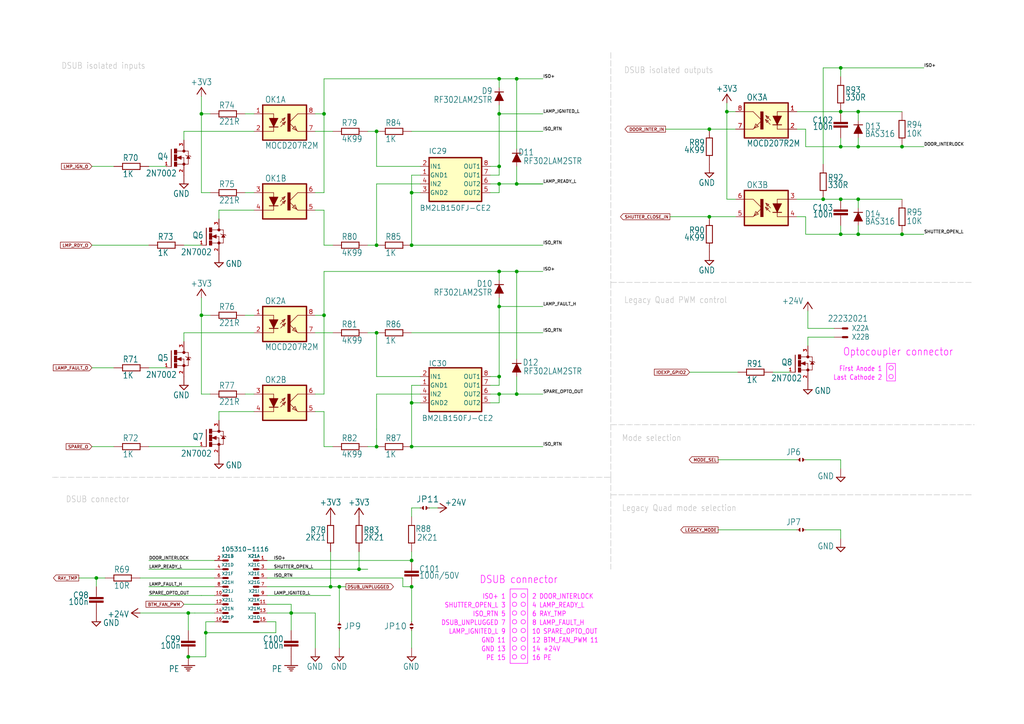
<source format=kicad_sch>
(kicad_sch (version 20230121) (generator eeschema)
  (paper "A4")
  (title_block (title "Envox Master MCU module") (date "2023-11-17") (rev "r2B6") (company "Envox International, Inc."))
  (junction (at 149.86 53.34))
  (junction (at 144.78 22.86))
  (junction (at 119.38 129.54))
  (junction (at 205.74 62.865))
  (junction (at 243.84 19.685))
  (junction (at 261.62 67.945))
  (junction (at 248.92 67.945))
  (junction (at 109.22 129.54))
  (junction (at 119.38 162.56))
  (junction (at 238.76 57.785))
  (junction (at 144.78 88.9))
  (junction (at 243.84 67.945))
  (junction (at 119.38 71.12))
  (junction (at 58.42 91.44))
  (junction (at 248.92 57.785))
  (junction (at 144.78 78.74))
  (junction (at 54.61 177.8))
  (junction (at 149.86 114.3))
  (junction (at 104.14 165.1))
  (junction (at 243.84 42.545))
  (junction (at 93.98 91.44))
  (junction (at 109.22 96.52))
  (junction (at 54.61 190.5))
  (junction (at 109.22 71.12))
  (junction (at 149.86 22.86))
  (junction (at 261.62 42.545))
  (junction (at 119.38 170.18))
  (junction (at 144.78 48.26))
  (junction (at 149.86 78.74))
  (junction (at 59.69 183.515))
  (junction (at 243.84 32.385))
  (junction (at 98.425 170.18))
  (junction (at 84.455 177.8))
  (junction (at 119.38 116.84))
  (junction (at 58.42 33.02))
  (junction (at 144.78 53.34))
  (junction (at 144.78 114.3))
  (junction (at 27.94 167.64))
  (junction (at 144.78 109.22))
  (junction (at 248.92 42.545))
  (junction (at 144.78 33.02))
  (junction (at 119.38 55.88))
  (junction (at 243.84 57.785))
  (junction (at 93.98 33.02))
  (junction (at 205.74 37.465))
  (junction (at 210.82 32.385))
  (junction (at 109.22 38.1))
  (junction (at 95.885 170.18))
  (junction (at 248.92 32.385))
  (wire (pts (xy 119.38 147.32) (xy 121.92 147.32)))
  (wire (pts (xy 54.61 177.8) (xy 40.64 177.8)) (stroke (width 0.1524)))
  (wire (pts (xy 62.23 170.18) (xy 43.18 170.18)) (stroke (width 0.1524)))
  (wire (pts (xy 91.44 177.8) (xy 91.44 187.96)) (stroke (width 0.1524)))
  (wire (pts (xy 84.455 175.26) (xy 84.455 177.8)))
  (wire (pts (xy 119.38 50.8) (xy 119.38 55.88)))
  (wire (pts (xy 144.78 78.74) (xy 144.78 81.28)))
  (wire (pts (xy 261.62 42.545) (xy 267.97 42.545)) (stroke (width 0.1524)))
  (wire (pts (xy 243.84 22.225) (xy 243.84 19.685)) (stroke (width 0.1524)))
  (wire (pts (xy 33.02 106.68) (xy 26.67 106.68)) (stroke (width 0.1524)))
  (wire (pts (xy 58.42 172.72) (xy 43.18 172.72)) (stroke (width 0.1524)))
  (wire (pts (xy 121.92 111.76) (xy 119.38 111.76)))
  (wire (pts (xy 91.44 96.52) (xy 96.52 96.52)) (stroke (width 0.1524)))
  (wire (pts (xy 243.84 42.545) (xy 233.68 42.545)) (stroke (width 0.1524)))
  (wire (pts (xy 53.34 175.26) (xy 62.23 175.26)))
  (wire (pts (xy 231.14 133.35) (xy 208.28 133.35)) (stroke (width 0.1524)))
  (wire (pts (xy 59.69 190.5) (xy 54.61 190.5)))
  (wire (pts (xy 30.48 167.64) (xy 27.94 167.64)) (stroke (width 0.1524)))
  (wire (pts (xy 149.86 53.34) (xy 157.48 53.34)) (stroke (width 0.1524)))
  (wire (pts (xy 144.78 116.84) (xy 144.78 114.3)))
  (wire (pts (xy 144.78 48.26) (xy 144.78 50.8)))
  (wire (pts (xy 144.78 53.34) (xy 144.78 55.88)))
  (wire (pts (xy 119.38 71.12) (xy 157.48 71.12)) (stroke (width 0.1524)))
  (wire (pts (xy 241.935 97.79) (xy 234.315 97.79)) (stroke (width 0.1524)))
  (wire (pts (xy 58.42 91.44) (xy 58.42 86.36)) (stroke (width 0.1524)))
  (wire (pts (xy 144.78 53.34) (xy 149.86 53.34)) (stroke (width 0.1524)))
  (wire (pts (xy 71.12 33.02) (xy 73.66 33.02)) (stroke (width 0.1524)))
  (wire (pts (xy 238.76 19.685) (xy 238.76 47.625)) (stroke (width 0.1524)))
  (wire (pts (xy 62.23 172.72) (xy 58.42 172.72)))
  (wire (pts (xy 93.98 33.02) (xy 93.98 55.88)) (stroke (width 0.1524)))
  (wire (pts (xy 144.78 33.02) (xy 144.78 48.26)))
  (wire (pts (xy 93.98 78.74) (xy 93.98 91.44)) (stroke (width 0.1524)))
  (wire (pts (xy 119.38 96.52) (xy 157.48 96.52)) (stroke (width 0.1524)))
  (wire (pts (xy 93.98 114.3) (xy 91.44 114.3)) (stroke (width 0.1524)))
  (wire (pts (xy 93.98 22.86) (xy 144.78 22.86)) (stroke (width 0.1524)))
  (wire (pts (xy 93.98 55.88) (xy 91.44 55.88)) (stroke (width 0.1524)))
  (wire (pts (xy 233.68 133.35) (xy 243.84 133.35)) (stroke (width 0.1524)))
  (wire (pts (xy 109.22 129.54) (xy 106.68 129.54)) (stroke (width 0.1524)))
  (wire (pts (xy 119.38 116.84) (xy 119.38 129.54)))
  (wire (pts (xy 248.92 57.785) (xy 248.92 60.325)) (stroke (width 0.1524)))
  (wire (pts (xy 109.22 48.26) (xy 109.22 38.1)))
  (wire (pts (xy 73.66 55.88) (xy 71.12 55.88)) (stroke (width 0.1524)))
  (wire (pts (xy 95.885 170.18) (xy 98.425 170.18)) (stroke (width 0.1524)))
  (wire (pts (xy 91.44 38.1) (xy 96.52 38.1)) (stroke (width 0.1524)))
  (wire (pts (xy 77.47 170.18) (xy 95.885 170.18)) (stroke (width 0.1524)))
  (wire (pts (xy 54.61 177.8) (xy 56.515 177.8)) (stroke (width 0.1524)))
  (wire (pts (xy 205.74 62.865) (xy 194.31 62.865)) (stroke (width 0.1524)))
  (wire (pts (xy 60.96 55.88) (xy 58.42 55.88)) (stroke (width 0.1524)))
  (wire (pts (xy 119.38 160.02) (xy 119.38 162.56)))
  (wire (pts (xy 59.69 183.515) (xy 59.69 190.5)))
  (wire (pts (xy 144.78 114.3) (xy 149.86 114.3)))
  (wire (pts (xy 109.22 96.52) (xy 106.68 96.52)) (stroke (width 0.1524)))
  (wire (pts (xy 27.94 167.64) (xy 22.86 167.64)) (stroke (width 0.1524)))
  (wire (pts (xy 243.84 67.945) (xy 243.84 65.405)) (stroke (width 0.1524)))
  (wire (pts (xy 73.66 114.3) (xy 71.12 114.3)) (stroke (width 0.1524)))
  (wire (pts (xy 116.84 167.64) (xy 116.84 170.18)) (stroke (width 0.1524)))
  (wire (pts (xy 77.47 177.8) (xy 84.455 177.8)) (stroke (width 0.1524)))
  (wire (pts (xy 77.47 172.72) (xy 95.885 172.72)) (stroke (width 0.1524)))
  (wire (pts (xy 60.96 33.02) (xy 58.42 33.02)) (stroke (width 0.1524)))
  (wire (pts (xy 261.62 42.545) (xy 248.92 42.545)) (stroke (width 0.1524)))
  (wire (pts (xy 43.18 129.54) (xy 58.42 129.54)) (stroke (width 0.1524)))
  (wire (pts (xy 121.92 48.26) (xy 109.22 48.26)))
  (wire (pts (xy 73.66 119.38) (xy 63.5 119.38)) (stroke (width 0.1524)))
  (wire (pts (xy 80.01 180.34) (xy 80.01 183.515)))
  (wire (pts (xy 93.98 22.86) (xy 93.98 33.02)) (stroke (width 0.1524)))
  (wire (pts (xy 109.22 53.34) (xy 109.22 71.12)) (stroke (width 0.1524)))
  (wire (pts (xy 205.74 37.465) (xy 193.04 37.465)) (stroke (width 0.1524)))
  (wire (pts (xy 43.18 106.68) (xy 48.26 106.68)) (stroke (width 0.1524)))
  (wire (pts (xy 121.92 109.22) (xy 109.22 109.22)))
  (wire (pts (xy 144.78 30.48) (xy 144.78 33.02)))
  (wire (pts (xy 93.98 129.54) (xy 96.52 129.54)) (stroke (width 0.1524)))
  (wire (pts (xy 248.92 57.785) (xy 261.62 57.785)) (stroke (width 0.1524)))
  (wire (pts (xy 63.5 119.38) (xy 63.5 121.92)) (stroke (width 0.1524)))
  (wire (pts (xy 243.84 19.685) (xy 238.76 19.685)) (stroke (width 0.1524)))
  (wire (pts (xy 98.425 182.88) (xy 98.425 187.96)))
  (wire (pts (xy 233.68 153.67) (xy 243.84 153.67)) (stroke (width 0.1524)))
  (polyline (pts (xy 177.165 15.24) (xy 177.165 81.915)) (stroke (width 0.1524) (type dash) (color 194 194 194 1)))
  (wire (pts (xy 224.155 107.95) (xy 229.235 107.95)) (stroke (width 0.1524)))
  (wire (pts (xy 60.96 91.44) (xy 58.42 91.44)) (stroke (width 0.1524)))
  (wire (pts (xy 93.98 91.44) (xy 91.44 91.44)) (stroke (width 0.1524)))
  (wire (pts (xy 243.84 57.785) (xy 238.76 57.785)) (stroke (width 0.1524)))
  (wire (pts (xy 144.78 88.9) (xy 157.48 88.9)) (stroke (width 0.1524)))
  (wire (pts (xy 73.66 38.1) (xy 53.34 38.1)) (stroke (width 0.1524)))
  (wire (pts (xy 149.86 53.34) (xy 157.48 53.34)))
  (wire (pts (xy 248.92 32.385) (xy 261.62 32.385)) (stroke (width 0.1524)))
  (wire (pts (xy 58.42 114.3) (xy 58.42 91.44)) (stroke (width 0.1524)))
  (wire (pts (xy 142.24 48.26) (xy 144.78 48.26)))
  (wire (pts (xy 231.14 32.385) (xy 243.84 32.385)) (stroke (width 0.1524)))
  (wire (pts (xy 213.36 62.865) (xy 205.74 62.865)) (stroke (width 0.1524)))
  (wire (pts (xy 121.92 53.34) (xy 109.22 53.34)))
  (wire (pts (xy 121.92 50.8) (xy 119.38 50.8)))
  (wire (pts (xy 119.38 55.88) (xy 121.92 55.88)))
  (wire (pts (xy 54.61 182.88) (xy 54.61 177.8)) (stroke (width 0.1524)))
  (wire (pts (xy 142.24 114.3) (xy 144.78 114.3)))
  (wire (pts (xy 84.455 182.88) (xy 84.455 177.8)) (stroke (width 0.1524)))
  (wire (pts (xy 33.02 48.26) (xy 26.67 48.26)) (stroke (width 0.1524)))
  (wire (pts (xy 53.34 96.52) (xy 53.34 99.06)) (stroke (width 0.1524)))
  (wire (pts (xy 233.68 67.945) (xy 243.84 67.945)) (stroke (width 0.1524)))
  (polyline (pts (xy 177.165 143.51) (xy 281.94 143.51)) (stroke (width 0.1524) (type dash) (color 194 194 194 1)))
  (wire (pts (xy 243.84 19.685) (xy 267.97 19.685)) (stroke (width 0.1524)))
  (wire (pts (xy 59.69 180.34) (xy 59.69 183.515)))
  (wire (pts (xy 144.78 78.74) (xy 149.86 78.74)) (stroke (width 0.1524)))
  (wire (pts (xy 119.38 129.54) (xy 157.48 129.54)) (stroke (width 0.1524)))
  (wire (pts (xy 104.14 160.02) (xy 104.14 165.1)) (stroke (width 0.1524)))
  (wire (pts (xy 243.84 153.67) (xy 243.84 156.21)) (stroke (width 0.1524)))
  (wire (pts (xy 119.38 111.76) (xy 119.38 116.84)))
  (wire (pts (xy 149.86 78.74) (xy 149.86 104.14)))
  (wire (pts (xy 213.36 32.385) (xy 210.82 32.385)) (stroke (width 0.1524)))
  (wire (pts (xy 119.38 149.86) (xy 119.38 147.32)))
  (wire (pts (xy 58.42 55.88) (xy 58.42 33.02)) (stroke (width 0.1524)))
  (wire (pts (xy 77.47 167.64) (xy 116.84 167.64)) (stroke (width 0.1524)))
  (wire (pts (xy 149.86 22.86) (xy 157.48 22.86)) (stroke (width 0.1524)))
  (wire (pts (xy 149.86 114.3) (xy 149.86 109.22)))
  (wire (pts (xy 53.34 71.12) (xy 58.42 71.12)) (stroke (width 0.1524)))
  (wire (pts (xy 93.98 60.96) (xy 91.44 60.96)) (stroke (width 0.1524)))
  (wire (pts (xy 142.24 55.88) (xy 144.78 55.88)))
  (wire (pts (xy 109.22 114.3) (xy 109.22 124.46)))
  (wire (pts (xy 109.22 109.22) (xy 109.22 96.52)))
  (wire (pts (xy 248.92 32.385) (xy 248.92 34.925)) (stroke (width 0.1524)))
  (wire (pts (xy 144.78 22.86) (xy 144.78 25.4)) (stroke (width 0.1524)))
  (wire (pts (xy 27.94 167.64) (xy 27.94 170.18)) (stroke (width 0.1524)))
  (wire (pts (xy 77.47 175.26) (xy 84.455 175.26)))
  (wire (pts (xy 213.36 37.465) (xy 205.74 37.465)) (stroke (width 0.1524)))
  (wire (pts (xy 104.14 165.1) (xy 106.68 165.1)) (stroke (width 0.1524)))
  (wire (pts (xy 243.84 40.005) (xy 243.84 42.545)) (stroke (width 0.1524)))
  (wire (pts (xy 248.92 42.545) (xy 243.84 42.545)) (stroke (width 0.1524)))
  (wire (pts (xy 142.24 50.8) (xy 144.78 50.8)))
  (wire (pts (xy 243.84 32.385) (xy 248.92 32.385)) (stroke (width 0.1524)))
  (wire (pts (xy 144.78 22.86) (xy 149.86 22.86)) (stroke (width 0.1524)))
  (wire (pts (xy 210.82 32.385) (xy 210.82 29.845)) (stroke (width 0.1524)))
  (wire (pts (xy 60.96 114.3) (xy 58.42 114.3)) (stroke (width 0.1524)))
  (wire (pts (xy 149.86 114.3) (xy 157.48 114.3)) (stroke (width 0.1524)))
  (wire (pts (xy 93.98 33.02) (xy 91.44 33.02)) (stroke (width 0.1524)))
  (wire (pts (xy 93.98 129.54) (xy 93.98 119.38)) (stroke (width 0.1524)))
  (wire (pts (xy 93.98 78.74) (xy 144.78 78.74)) (stroke (width 0.1524)))
  (wire (pts (xy 62.23 165.1) (xy 43.18 165.1)) (stroke (width 0.1524)))
  (polyline (pts (xy 177.165 138.43) (xy 177.165 165.1)) (stroke (width 0.1524) (type dash) (color 194 194 194 1)))
  (wire (pts (xy 142.24 109.22) (xy 144.78 109.22)))
  (wire (pts (xy 119.38 170.18) (xy 119.38 180.34)) (stroke (width 0.1524)))
  (wire (pts (xy 62.23 162.56) (xy 43.18 162.56)) (stroke (width 0.1524)))
  (wire (pts (xy 119.38 55.88) (xy 119.38 71.12)))
  (wire (pts (xy 243.84 133.35) (xy 243.84 135.89)) (stroke (width 0.1524)))
  (wire (pts (xy 142.24 116.84) (xy 144.78 116.84)))
  (wire (pts (xy 119.38 116.84) (xy 121.92 116.84)))
  (wire (pts (xy 98.425 170.18) (xy 100.33 170.18)) (stroke (width 0.1524)))
  (wire (pts (xy 119.38 182.88) (xy 119.38 187.96)))
  (wire (pts (xy 73.66 60.96) (xy 63.5 60.96)) (stroke (width 0.1524)))
  (wire (pts (xy 144.78 86.36) (xy 144.78 88.9)))
  (wire (pts (xy 119.38 38.1) (xy 157.48 38.1)) (stroke (width 0.1524)))
  (wire (pts (xy 93.98 71.12) (xy 93.98 60.96)) (stroke (width 0.1524)))
  (wire (pts (xy 93.98 71.12) (xy 96.52 71.12)) (stroke (width 0.1524)))
  (wire (pts (xy 93.98 91.44) (xy 93.98 114.3)) (stroke (width 0.1524)))
  (polyline (pts (xy 177.165 81.915) (xy 177.165 138.43)) (stroke (width 0.1524) (type dash) (color 194 194 194 1)))
  (wire (pts (xy 261.62 67.945) (xy 267.97 67.945)) (stroke (width 0.1524)))
  (wire (pts (xy 93.98 119.38) (xy 91.44 119.38)) (stroke (width 0.1524)))
  (wire (pts (xy 248.92 57.785) (xy 243.84 57.785)) (stroke (width 0.1524)))
  (wire (pts (xy 43.18 71.12) (xy 26.67 71.12)) (stroke (width 0.1524)))
  (wire (pts (xy 248.92 67.945) (xy 248.92 65.405)) (stroke (width 0.1524)))
  (wire (pts (xy 233.68 37.465) (xy 231.14 37.465)) (stroke (width 0.1524)))
  (wire (pts (xy 144.78 109.22) (xy 144.78 111.76)))
  (wire (pts (xy 234.315 97.79) (xy 234.315 100.33)) (stroke (width 0.1524)))
  (polyline (pts (xy 15.24 138.43) (xy 177.165 138.43)) (stroke (width 0.1524) (type dash) (color 194 194 194 1)))
  (wire (pts (xy 233.68 62.865) (xy 233.68 67.945)) (stroke (width 0.1524)))
  (wire (pts (xy 149.86 48.26) (xy 149.86 53.34)))
  (wire (pts (xy 248.92 67.945) (xy 261.62 67.945)) (stroke (width 0.1524)))
  (wire (pts (xy 62.23 180.34) (xy 59.69 180.34)))
  (wire (pts (xy 58.42 33.02) (xy 58.42 27.94)) (stroke (width 0.1524)))
  (wire (pts (xy 53.34 38.1) (xy 53.34 40.64)) (stroke (width 0.1524)))
  (wire (pts (xy 248.92 40.005) (xy 248.92 42.545)) (stroke (width 0.1524)))
  (wire (pts (xy 59.69 183.515) (xy 80.01 183.515)))
  (wire (pts (xy 231.14 57.785) (xy 238.76 57.785)) (stroke (width 0.1524)))
  (wire (pts (xy 231.14 62.865) (xy 233.68 62.865)) (stroke (width 0.1524)))
  (wire (pts (xy 144.78 88.9) (xy 144.78 109.22)))
  (polyline (pts (xy 177.165 81.915) (xy 281.94 81.915)) (stroke (width 0.1524) (type dash) (color 194 194 194 1)))
  (wire (pts (xy 84.455 177.8) (xy 91.44 177.8)) (stroke (width 0.1524)))
  (wire (pts (xy 233.68 42.545) (xy 233.68 37.465)) (stroke (width 0.1524)))
  (wire (pts (xy 98.425 170.18) (xy 98.425 180.34)))
  (wire (pts (xy 210.82 57.785) (xy 213.36 57.785)) (stroke (width 0.1524)))
  (wire (pts (xy 144.78 33.02) (xy 157.48 33.02)) (stroke (width 0.1524)))
  (wire (pts (xy 77.47 180.34) (xy 80.01 180.34)))
  (wire (pts (xy 149.86 22.86) (xy 149.86 43.18)))
  (wire (pts (xy 63.5 60.96) (xy 63.5 63.5)) (stroke (width 0.1524)))
  (wire (pts (xy 234.315 90.17) (xy 234.315 95.25)) (stroke (width 0.1524)))
  (polyline (pts (xy 177.165 123.19) (xy 282.575 123.19)) (stroke (width 0.1524) (type dash) (color 194 194 194 1)))
  (wire (pts (xy 142.24 53.34) (xy 144.78 53.34)))
  (wire (pts (xy 116.84 170.18) (xy 119.38 170.18)) (stroke (width 0.1524)))
  (wire (pts (xy 56.515 177.8) (xy 62.23 177.8)))
  (wire (pts (xy 43.18 48.26) (xy 48.26 48.26)) (stroke (width 0.1524)))
  (wire (pts (xy 95.885 160.02) (xy 95.885 170.18)) (stroke (width 0.1524)))
  (wire (pts (xy 210.82 32.385) (xy 210.82 57.785)) (stroke (width 0.1524)))
  (wire (pts (xy 121.92 114.3) (xy 109.22 114.3)))
  (wire (pts (xy 234.315 95.25) (xy 241.935 95.25)) (stroke (width 0.1524)))
  (wire (pts (xy 124.46 147.32) (xy 127 147.32)))
  (wire (pts (xy 77.47 162.56) (xy 119.38 162.56)) (stroke (width 0.1524)))
  (wire (pts (xy 109.22 38.1) (xy 106.68 38.1)) (stroke (width 0.1524)))
  (wire (pts (xy 71.12 91.44) (xy 73.66 91.44)) (stroke (width 0.1524)))
  (wire (pts (xy 243.84 67.945) (xy 248.92 67.945)) (stroke (width 0.1524)))
  (wire (pts (xy 73.66 96.52) (xy 53.34 96.52)) (stroke (width 0.1524)))
  (wire (pts (xy 77.47 165.1) (xy 104.14 165.1)) (stroke (width 0.1524)))
  (wire (pts (xy 142.24 111.76) (xy 144.78 111.76)))
  (wire (pts (xy 109.22 71.12) (xy 106.68 71.12)) (stroke (width 0.1524)))
  (wire (pts (xy 149.86 78.74) (xy 157.48 78.74)) (stroke (width 0.1524)))
  (wire (pts (xy 208.28 153.67) (xy 231.14 153.67)) (stroke (width 0.1524)))
  (wire (pts (xy 109.22 124.46) (xy 109.22 129.54)) (stroke (width 0.1524)))
  (wire (pts (xy 213.995 107.95) (xy 200.025 107.95)) (stroke (width 0.1524)))
  (wire (pts (xy 62.23 167.64) (xy 40.64 167.64)) (stroke (width 0.1524)))
  (wire (pts (xy 33.02 129.54) (xy 26.67 129.54)) (stroke (width 0.1524)))
  (circle (center 151.765 187.96) (radius 0.635) (stroke (width 0.1524) (color 255 0 255 1)))
  (circle (center 151.765 182.88) (radius 0.635) (stroke (width 0.1524) (color 255 0 255 1)))
  (circle (center 149.225 182.88) (radius 0.635) (stroke (width 0.1524) (color 255 0 255 1)))
  (circle (center 151.765 185.42) (radius 0.635) (stroke (width 0.1524) (color 255 0 255 1)))
  (circle (center 151.765 190.5) (radius 0.635) (stroke (width 0.1524) (color 255 0 255 1)))
  (circle (center 149.225 190.5) (radius 0.635) (stroke (width 0.1524) (color 255 0 255 1)))
  (rectangle (start 257.175 105.41) (end 259.715 110.49) (stroke (width 0) (color 255 0 255 1)))
  (circle (center 151.765 175.26) (radius 0.635) (stroke (width 0.1524) (color 255 0 255 1)))
  (circle (center 149.225 175.26) (radius 0.635) (stroke (width 0.1524) (color 255 0 255 1)))
  (circle (center 258.445 109.22) (radius 0.635) (stroke (width 0.1524) (color 255 0 255 1)))
  (circle (center 258.445 106.68) (radius 0.635) (stroke (width 0.1524) (color 255 0 255 1)))
  (circle (center 149.225 172.72) (radius 0.635) (stroke (width 0.1524) (color 255 0 255 1)))
  (circle (center 149.225 180.34) (radius 0.635) (stroke (width 0.1524) (color 255 0 255 1)))
  (circle (center 151.765 172.72) (radius 0.635) (stroke (width 0.1524) (color 255 0 255 1)))
  (circle (center 149.225 187.96) (radius 0.635) (stroke (width 0.1524) (color 255 0 255 1)))
  (circle (center 151.765 180.34) (radius 0.635) (stroke (width 0.1524) (color 255 0 255 1)))
  (circle (center 151.765 177.8) (radius 0.635) (stroke (width 0.1524) (color 255 0 255 1)))
  (circle (center 149.225 177.8) (radius 0.635) (stroke (width 0.1524) (color 255 0 255 1)))
  (rectangle (start 147.955 170.815) (end 153.035 192.405) (stroke (width 0) (color 255 0 255 1)))
  (circle (center 149.225 185.42) (radius 0.635) (stroke (width 0.1524) (color 255 0 255 1)))
  (text "10 SPARE_OPTO_OUT" (at 173.355 184.15 0) (effects (font (size 1.4224 1.209)) (justify right bottom)))
  (text "DSUB_UNPLUGGED 7" (at 146.685 181.61 0) (effects (font (size 1.4224 1.209)) (justify right bottom)))
  (text "16 PE" (at 154.305 191.77 0) (effects (font (size 1.4224 1.209)) (justify left bottom)))
  (text "First Anode 1" (at 255.905 107.95 0) (effects (font (size 1.4224 1.209)) (justify right bottom)))
  (text "Last Cathode 2" (at 255.905 110.49 0) (effects (font (size 1.4224 1.209)) (justify right bottom)))
  (text "Legacy Quad mode selection" (at 180.34 148.59 0) (effects (font (size 1.778 1.5113)) (justify left bottom)))
  (text "SHUTTER_OPEN_L 3" (at 146.685 176.53 0) (effects (font (size 1.4224 1.209)) (justify right bottom)))
  (text "14 +24V" (at 154.305 189.23 0) (effects (font (size 1.4224 1.209)) (justify left bottom)))
  (text "Legacy Quad PWM control" (at 180.975 88.265 0) (effects (font (size 1.778 1.5113)) (justify left bottom)))
  (text "GND 13" (at 146.685 189.23 0) (effects (font (size 1.4224 1.209)) (justify right bottom)))
  (text "ISO_RTN 5" (at 146.685 179.07 0) (effects (font (size 1.4224 1.209)) (justify right bottom)))
  (text "Optocoupler connector" (at 244.475 103.505 0) (effects (font (size 2.1844 1.8567)) (justify left bottom)))
  (text "PE 15" (at 146.685 191.77 0) (effects (font (size 1.4224 1.209)) (justify right bottom)))
  (text "12 BTM_FAN_PWM 11" (at 154.305 186.69 0) (effects (font (size 1.4224 1.209)) (justify left bottom)))
  (text "DSUB connector" (at 139.065 169.545 0) (effects (font (size 2.1844 1.8567)) (justify left bottom)))
  (text "DSUB connector" (at 19.05 146.05 0) (effects (font (size 1.778 1.5113)) (justify left bottom)))
  (text "DSUB isolated inputs" (at 17.78 20.32 0) (effects (font (size 1.778 1.5113)) (justify left bottom)))
  (text "4 LAMP_READY_L" (at 154.305 176.53 0) (effects (font (size 1.4224 1.209)) (justify left bottom)))
  (text "6 RAY_TMP" (at 154.305 179.07 0) (effects (font (size 1.4224 1.209)) (justify left bottom)))
  (text "8 LAMP_FAULT_H" (at 154.305 181.61 0) (effects (font (size 1.4224 1.209)) (justify left bottom)))
  (text "DSUB isolated outputs" (at 180.975 21.59 0) (effects (font (size 1.778 1.5113)) (justify left bottom)))
  (text "GND 11" (at 146.685 186.69 0) (effects (font (size 1.4224 1.209)) (justify right bottom)))
  (text "ISO+ 1" (at 146.685 173.99 0) (effects (font (size 1.4224 1.209)) (justify right bottom)))
  (text "Mode selection" (at 180.34 128.27 0) (effects (font (size 1.778 1.5113)) (justify left bottom)))
  (text "2 DOOR_INTERLOCK" (at 154.305 173.99 0) (effects (font (size 1.4224 1.209)) (justify left bottom)))
  (text "LAMP_IGNITED_L 9" (at 146.685 184.15 0) (effects (font (size 1.4224 1.209)) (justify right bottom)))
  (label "LAMP_FAULT_H" (at 43.18 170.18 0) (effects (font (size 0.889 0.889))))
  (label "ISO+" (at 157.48 78.74 0) (effects (font (size 0.889 0.889))))
  (label "LAMP_IGNITED_L" (at 79.375 172.72 0) (effects (font (size 0.889 0.889))))
  (label "ISO+" (at 79.375 162.56 0) (effects (font (size 0.889 0.889))))
  (label "ISO_RTN" (at 157.48 96.52 0) (effects (font (size 0.889 0.889))))
  (label "ISO_RTN" (at 157.48 38.1 0) (effects (font (size 0.889 0.889))))
  (label "DOOR_INTERLOCK" (at 267.97 42.545 0) (effects (font (size 0.889 0.889))))
  (label "LAMP_FAULT_H" (at 157.48 88.9 0) (effects (font (size 0.889 0.889))))
  (label "ISO_RTN" (at 157.48 71.12 0) (effects (font (size 0.889 0.889))))
  (label "ISO_RTN" (at 79.375 167.64 0) (effects (font (size 0.889 0.889))))
  (label "ISO+" (at 157.48 22.86 0) (effects (font (size 0.889 0.889))))
  (label "SPARE_OPTO_OUT" (at 43.18 172.72 0) (effects (font (size 0.889 0.889))))
  (label "SPARE_OPTO_OUT" (at 157.48 114.3 0) (effects (font (size 0.889 0.889))))
  (label "LAMP_READY_L" (at 157.48 53.34 0) (effects (font (size 0.889 0.889))))
  (label "ISO_RTN" (at 157.48 129.54 0) (effects (font (size 0.889 0.889))))
  (label "SHUTTER_OPEN_L" (at 79.375 165.1 0) (effects (font (size 0.889 0.889))))
  (label "DOOR_INTERLOCK" (at 43.18 162.56 0) (effects (font (size 0.889 0.889))))
  (label "LAMP_READY_L" (at 43.18 165.1 0) (effects (font (size 0.889 0.889))))
  (label "LAMP_IGNITED_L" (at 157.48 33.02 0) (effects (font (size 0.889 0.889))))
  (label "ISO+" (at 267.97 19.685 0) (effects (font (size 0.889 0.889))))
  (label "SHUTTER_OPEN_L" (at 267.97 67.945 0) (effects (font (size 0.889 0.889))))
  (global_label "IOEXP_GPIO2" (shape input) (at 200.025 107.95 180) (effects (font (size 0.889 0.889))) (property "Intersheetrefs" "${INTERSHEET_REFS}" (effects hide)))
  (global_label "LAMP_FAULT_O" (shape input) (at 26.67 106.68 180) (effects (font (size 0.889 0.889))) (property "Intersheetrefs" "${INTERSHEET_REFS}" (effects hide)))
  (global_label "LMP_RDY_O" (shape input) (at 26.67 71.12 180) (effects (font (size 0.889 0.889))) (property "Intersheetrefs" "${INTERSHEET_REFS}" (effects hide)))
  (global_label "DSUB_UNPLUGGED" (shape output) (at 100.33 170.18 0) (effects (font (size 0.889 0.889))) (property "Intersheetrefs" "${INTERSHEET_REFS}" (effects hide)))
  (global_label "MODE_SEL" (shape output) (at 208.28 133.35 180) (effects (font (size 0.889 0.889))) (property "Intersheetrefs" "${INTERSHEET_REFS}" (effects hide)))
  (global_label "SHUTTER_CLOSE_IN" (shape output) (at 194.31 62.865 180) (effects (font (size 0.889 0.889))) (property "Intersheetrefs" "${INTERSHEET_REFS}" (effects hide)))
  (global_label "BTM_FAN_PWM" (shape input) (at 53.34 175.26 180) (effects (font (size 0.889 0.889))) (property "Intersheetrefs" "${INTERSHEET_REFS}" (effects hide)))
  (global_label "DOOR_INTER_IN" (shape output) (at 193.04 37.465 180) (effects (font (size 0.889 0.889))) (property "Intersheetrefs" "${INTERSHEET_REFS}" (effects hide)))
  (global_label "LMP_IGN_O" (shape input) (at 26.67 48.26 180) (effects (font (size 0.889 0.889))) (property "Intersheetrefs" "${INTERSHEET_REFS}" (effects hide)))
  (global_label "LEGACY_MODE" (shape output) (at 208.28 153.67 180) (effects (font (size 0.889 0.889))) (property "Intersheetrefs" "${INTERSHEET_REFS}" (effects hide)))
  (global_label "SPARE_O" (shape input) (at 26.67 129.54 180) (effects (font (size 0.889 0.889))) (property "Intersheetrefs" "${INTERSHEET_REFS}" (effects hide)))
  (global_label "RAY_TMP" (shape output) (at 22.86 167.64 180) (effects (font (size 0.889 0.889))) (property "Intersheetrefs" "${INTERSHEET_REFS}" (effects hide)))
  (symbol (lib_id "Envox H745 Master MCU r2B6-eagle-import:+24V") (at 127 147.32 270) (mirror x) (unit 1)
    (property "Reference" "#+24V09" (effects hide))
    (property "Value" "+24V" (at 135.255 144.78 90) (effects (font (size 1.778 1.5113)) (justify right bottom)))
  )
  (symbol (lib_id "Library:JP2-CUT") (at 98.425 180.34 270) (unit 1) (in_bom no)
    (property "Reference" "JP9" (at 99.695 181.61 90) (effects (font (size 1.778 1.778)) (justify left)))
    (property "Footprint" "Library:SolderJumper-0805-2-Pad" (effects hide))
  )
  (symbol (lib_id "Library:Envox_R-EU_R0402") (at 66.04 55.88 0) (mirror y) (unit 1)
    (property "Reference" "R75" (at 63.5 54.3814 0) (effects (font (size 1.778 1.5113)) (justify right bottom)))
    (property "Value" "221R" (at 63.5 59.055 0) (effects (font (size 1.778 1.5113)) (justify right bottom)))
    (property "Footprint" "Library:R_0402_1005Metric" (effects hide))
  )
  (symbol (lib_id "Library:JP2-CUT") (at 231.14 153.67 0) (unit 1) (in_bom no)
    (property "Reference" "JP7" (at 227.965 152.4 0) (effects (font (size 1.778 1.5113)) (justify left bottom)))
    (property "Value" "JP2-CUT" (effects hide))
    (property "Footprint" "Library:SolderJumper-0805-2-Pad" (effects hide))
    (instances (project "H745 CM4 module" (path "" (reference "JP7") (unit 1)) (path "" (reference "JP13") (unit 1))))
  )
  (symbol (lib_id "Library:DIODE") (at 149.86 45.72 90) (unit 1)
    (property "Reference" "D11" (at 154.94 43.18 90) (effects (font (size 1.778 1.5113)) (justify left bottom)))
    (property "Value" "RF302LAM2STR" (at 168.91 45.72 90) (effects (font (size 1.778 1.5113)) (justify left bottom)))
    (property "Footprint" "Library:DIO_RB050LAM_ROM-M" (effects hide))
  )
  (symbol (lib_id "Library:JP2-CUT") (at 231.14 133.35 0) (unit 1) (in_bom no)
    (property "Reference" "JP6" (at 227.965 132.08 0) (effects (font (size 1.778 1.5113)) (justify left bottom)))
    (property "Value" "JP2-CUT" (effects hide))
    (property "Footprint" "Library:SolderJumper-0805-2-Pad" (effects hide))
    (instances (project "H745 CM4 module" (path "" (reference "JP6") (unit 1)) (path "" (reference "JP12") (unit 1))))
  )
  (symbol (lib_id "Library:105310-1116") (at 64.77 167.64 0) (unit 6)
    (property "Reference" "X21" (at 66.04 166.37 0) (effects (font (size 0.889 0.889))))
    (property "Value" "105310-1116" (effects hide))
    (property "Footprint" "Library:MOLEX_1053101116" (effects hide))
  )
  (symbol (lib_id "Envox H745 Master MCU r2B6-eagle-import:PE") (at 84.455 193.04 0) (unit 1)
    (property "Reference" "#PE07" (effects hide))
    (property "Value" "PE" (at 81.915 193.04 0) (effects (font (size 1.778 1.5113)) (justify right top)))
  )
  (symbol (lib_id "Library:C-EUC0805") (at 84.455 187.96 180) (unit 1)
    (property "Reference" "C100" (at 82.296 186.309 0) (effects (font (size 1.778 1.5113)) (justify left top)))
    (property "Value" "100n" (at 82.296 188.214 0) (effects (font (size 1.778 1.5113)) (justify left top)))
    (property "Footprint" "Library:C_1206_3216Metric" (effects hide))
  )
  (symbol (lib_id "Library:MOCD217") (at 83.82 58.42 0) (unit 2)
    (property "Reference" "OK1" (at 76.835 52.705 0) (effects (font (size 1.778 1.5113)) (justify left bottom)))
    (property "Value" "MOCD207R2M" (effects hide))
    (property "Footprint" "Library:SO8-OPTO" (effects hide))
  )
  (symbol (lib_id "Library:Envox_R-EU_R0402") (at 114.3 129.54 0) (mirror y) (unit 1)
    (property "Reference" "R87" (at 111.76 128.0414 0) (effects (font (size 1.778 1.5113)) (justify right bottom)))
    (property "Value" "1K" (at 111.76 132.715 0) (effects (font (size 1.778 1.5113)) (justify right bottom)))
    (property "Footprint" "Library:R_0402_1005Metric" (effects hide))
  )
  (symbol (lib_id "Library:Envox_R-EU_R0402") (at 38.1 48.26 0) (mirror y) (unit 1)
    (property "Reference" "R70" (at 35.56 46.7614 0) (effects (font (size 1.778 1.5113)) (justify right bottom)))
    (property "Value" "1K" (at 35.56 51.435 0) (effects (font (size 1.778 1.5113)) (justify right bottom)))
    (property "Footprint" "Library:R_0402_1005Metric" (effects hide))
  )
  (symbol (lib_id "Envox H745 Master MCU r2B6-eagle-import:GND") (at 243.84 138.43 0) (mirror y) (unit 1)
    (property "Reference" "#SUPPLY091" (effects hide))
    (property "Value" "GND" (at 241.935 139.065 0) (effects (font (size 1.778 1.5113)) (justify left bottom)))
    (instances (project "H745 CM4 module" (path "" (reference "#SUPPLY091") (unit 1)) (path "" (reference "#SUPPLY0113") (unit 1))))
  )
  (symbol (lib_id "Envox H745 Master MCU r2B6-eagle-import:+3V3") (at 95.885 147.32 0) (mirror y) (unit 1)
    (property "Reference" "#+3V040" (effects hide))
    (property "Value" "+3V3" (at 92.71 146.685 0) (effects (font (size 1.778 1.5113)) (justify right bottom)))
  )
  (symbol (lib_id "Library:C-EUC0805") (at 119.38 167.64 0) (mirror x) (unit 1)
    (property "Reference" "C101" (at 121.539 165.989 0) (effects (font (size 1.778 1.5113)) (justify left top)))
    (property "Value" "100n/50V" (at 121.539 167.894 0) (effects (font (size 1.778 1.5113)) (justify left top)))
    (property "Footprint" "Library:C_0603_1608Metric" (effects hide))
  )
  (symbol (lib_id "Library:105310-1116") (at 64.77 180.34 0) (unit 16)
    (property "Reference" "X21" (at 66.04 179.07 0) (effects (font (size 0.889 0.889))))
    (property "Value" "105310-1116" (effects hide))
    (property "Footprint" "Library:MOLEX_1053101116" (effects hide))
  )
  (symbol (lib_id "Library:Envox_R-EU_R0402") (at 48.26 71.12 0) (mirror y) (unit 1)
    (property "Reference" "R73" (at 45.72 69.6214 0) (effects (font (size 1.778 1.5113)) (justify right bottom)))
    (property "Value" "1K" (at 45.72 74.295 0) (effects (font (size 1.778 1.5113)) (justify right bottom)))
    (property "Footprint" "Library:R_0402_1005Metric" (effects hide))
  )
  (symbol (lib_id "Library:BM2LB150FJ-CE2") (at 116.84 50.8 0) (unit 1)
    (property "Reference" "IC29" (at 127 43.815 0) (effects (font (size 1.524 1.524))))
    (property "Value" "BM2LB150FJ-CE2" (at 132.08 60.325 0) (effects (font (size 1.524 1.524))))
    (property "Footprint" "Library:SOIC127P600X173-8N" (effects hide))
    (property "Datasheet" "BM2LB150FJ-CE2" (effects hide))
    (property "Envox" "n/a" (effects hide))
  )
  (symbol (lib_id "Library:Envox_R-EU_R0402") (at 205.74 42.545 270) (unit 1)
    (property "Reference" "R89" (at 204.47 42.3164 90) (effects (font (size 1.778 1.5113)) (justify right bottom)))
    (property "Value" "4K99" (at 204.47 44.45 90) (effects (font (size 1.778 1.5113)) (justify right bottom)))
    (property "Footprint" "Library:R_0402_1005Metric" (effects hide))
  )
  (symbol (lib_id "Library:105310-1116") (at 74.93 165.1 0) (mirror y) (unit 3)
    (property "Reference" "X21" (at 73.66 163.83 0) (effects (font (size 0.889 0.889))))
    (property "Value" "105310-1116" (effects hide))
    (property "Footprint" "Library:MOLEX_1053101116" (effects hide))
  )
  (symbol (lib_id "Library:JP2-CUT") (at 119.38 182.88 90) (unit 1) (in_bom no)
    (property "Reference" "JP10" (at 118.11 181.61 90) (effects (font (size 1.778 1.778)) (justify left)))
    (property "Footprint" "Library:SolderJumper-0805-2-Pad" (effects hide))
  )
  (symbol (lib_id "Library:2N7002") (at 231.775 105.41 0) (unit 1)
    (property "Reference" "Q8" (at 229.87 106.045 0) (effects (font (size 1.778 1.5113)) (justify right bottom)))
    (property "Value" "2N7002" (at 232.664 108.712 0) (effects (font (size 1.778 1.5113)) (justify right top)))
    (property "Footprint" "Library:SOT103P240X110-3N" (effects hide))
  )
  (symbol (lib_id "Library:Envox_R-EU_R0402") (at 238.76 52.705 90) (mirror x) (unit 1)
    (property "Reference" "R92" (at 240.03 52.4764 90) (effects (font (size 1.778 1.5113)) (justify right bottom)))
    (property "Value" "330R" (at 240.03 54.61 90) (effects (font (size 1.778 1.5113)) (justify right bottom)))
    (property "Footprint" "Library:R_0402_1005Metric" (effects hide))
  )
  (symbol (lib_id "Library:Envox_R-EU_R0402") (at 66.04 91.44 0) (mirror y) (unit 1)
    (property "Reference" "R76" (at 63.5 89.9414 0) (effects (font (size 1.778 1.5113)) (justify right bottom)))
    (property "Value" "221R" (at 63.5 94.615 0) (effects (font (size 1.778 1.5113)) (justify right bottom)))
    (property "Footprint" "Library:R_0402_1005Metric" (effects hide))
  )
  (symbol (lib_id "Envox H745 Master MCU r2B6-eagle-import:GND") (at 53.34 111.76 0) (mirror y) (unit 1)
    (property "Reference" "#SUPPLY0104" (effects hide))
    (property "Value" "GND" (at 50.165 115.57 0) (effects (font (size 1.778 1.5113)) (justify right bottom)))
  )
  (symbol (lib_id "Library:C-EUC0603") (at 243.84 37.465 180) (unit 1)
    (property "Reference" "C102" (at 241.681 35.814 0) (effects (font (size 1.778 1.5113)) (justify left top)))
    (property "Value" "100n" (at 241.681 37.719 0) (effects (font (size 1.778 1.5113)) (justify left top)))
    (property "Footprint" "Library:C_0402_1005Metric" (effects hide))
  )
  (symbol (lib_id "Library:DIODE") (at 248.92 62.865 90) (unit 1)
    (property "Reference" "D14" (at 250.825 63.0174 90) (effects (font (size 1.778 1.5113)) (justify right top)))
    (property "Value" "BAS316" (at 250.825 65.1764 90) (effects (font (size 1.778 1.5113)) (justify right top)))
    (property "Footprint" "Library:SOD323-R" (effects hide))
  )
  (symbol (lib_id "Library:C-EUC0603") (at 243.84 62.865 180) (unit 1)
    (property "Reference" "C103" (at 241.681 61.214 0) (effects (font (size 1.778 1.5113)) (justify left top)))
    (property "Value" "100n" (at 241.681 63.119 0) (effects (font (size 1.778 1.5113)) (justify left top)))
    (property "Footprint" "Library:C_0402_1005Metric" (effects hide))
  )
  (symbol (lib_id "Library:105310-1116") (at 74.93 167.64 0) (mirror y) (unit 5)
    (property "Reference" "X21" (at 73.66 166.37 0) (effects (font (size 0.889 0.889))))
    (property "Value" "105310-1116" (effects hide))
    (property "Footprint" "Library:MOLEX_1053101116" (effects hide))
  )
  (symbol (lib_id "Envox H745 Master MCU r2B6-eagle-import:GND") (at 91.44 190.5 0) (mirror y) (unit 1)
    (property "Reference" "#SUPPLY0107" (effects hide))
    (property "Value" "GND" (at 88.9 194.31 0) (effects (font (size 1.778 1.5113)) (justify right bottom)))
  )
  (symbol (lib_id "Envox H745 Master MCU r2B6-eagle-import:GND") (at 53.34 53.34 0) (mirror y) (unit 1)
    (property "Reference" "#SUPPLY0103" (effects hide))
    (property "Value" "GND" (at 50.165 57.15 0) (effects (font (size 1.778 1.5113)) (justify right bottom)))
  )
  (symbol (lib_id "Envox H745 Master MCU r2B6-eagle-import:+24V") (at 234.315 90.17 0) (mirror y) (unit 1)
    (property "Reference" "#+24V010" (effects hide))
    (property "Value" "+24V" (at 233.045 88.265 0) (effects (font (size 1.778 1.5113)) (justify left bottom)))
  )
  (symbol (lib_id "Envox H745 Master MCU r2B6-eagle-import:+3V3") (at 104.14 147.32 0) (mirror y) (unit 1)
    (property "Reference" "#+3V041" (effects hide))
    (property "Value" "+3V3" (at 100.965 146.685 0) (effects (font (size 1.778 1.5113)) (justify right bottom)))
  )
  (symbol (lib_id "Library:C-EUC0805") (at 54.61 187.96 180) (unit 1)
    (property "Reference" "C99" (at 52.451 186.309 0) (effects (font (size 1.778 1.5113)) (justify left top)))
    (property "Value" "100n" (at 52.451 188.214 0) (effects (font (size 1.778 1.5113)) (justify left top)))
    (property "Footprint" "Library:C_1206_3216Metric" (effects hide))
  )
  (symbol (lib_id "Library:Envox_R-EU_R0402") (at 261.62 62.865 270) (unit 1)
    (property "Reference" "R95" (at 262.89 60.579 90) (effects (font (size 1.778 1.5113)) (justify left top)))
    (property "Value" "10K" (at 262.89 63.119 90) (effects (font (size 1.778 1.5113)) (justify left top)))
    (property "Footprint" "Library:R_0402_1005Metric" (effects hide))
  )
  (symbol (lib_id "Library:DIODE") (at 149.86 106.68 90) (unit 1)
    (property "Reference" "D12" (at 156.21 104.14 90) (effects (font (size 1.778 1.5113)) (justify left bottom)))
    (property "Value" "RF302LAM2STR" (at 168.91 106.68 90) (effects (font (size 1.778 1.5113)) (justify left bottom)))
    (property "Footprint" "Library:DIO_RB050LAM_ROM-M" (effects hide))
  )
  (symbol (lib_id "Library:2N7002") (at 50.8 45.72 0) (unit 1)
    (property "Reference" "Q4" (at 48.895 46.355 0) (effects (font (size 1.778 1.5113)) (justify right bottom)))
    (property "Value" "2N7002" (at 51.308 49.276 0) (effects (font (size 1.778 1.5113)) (justify right top)))
    (property "Footprint" "Library:SOT103P240X110-3N" (effects hide))
  )
  (symbol (lib_id "Library:105310-1116") (at 74.93 175.26 0) (mirror y) (unit 11)
    (property "Reference" "X21" (at 73.66 173.99 0) (effects (font (size 0.889 0.889))))
    (property "Value" "105310-1116" (effects hide))
    (property "Footprint" "Library:MOLEX_1053101116" (effects hide))
  )
  (symbol (lib_id "Library:MOCD217") (at 83.82 93.98 0) (unit 1)
    (property "Reference" "OK2" (at 76.835 88.265 0) (effects (font (size 1.778 1.5113)) (justify left bottom)))
    (property "Value" "MOCD207R2M" (at 76.835 101.6 0) (effects (font (size 1.778 1.5113)) (justify left bottom)))
    (property "Footprint" "Library:SO8-OPTO" (effects hide))
  )
  (symbol (lib_id "Library:105310-1116") (at 64.77 177.8 0) (unit 14)
    (property "Reference" "X21" (at 66.04 176.53 0) (effects (font (size 0.889 0.889))))
    (property "Value" "105310-1116" (effects hide))
    (property "Footprint" "Library:MOLEX_1053101116" (effects hide))
  )
  (symbol (lib_id "Library:105310-1116") (at 64.77 162.56 0) (unit 2)
    (property "Reference" "X21" (at 66.04 161.29 0) (effects (font (size 0.889 0.889))))
    (property "Value" "105310-1116" (at 64.135 160.02 0) (effects (justify left bottom)))
    (property "Footprint" "Library:MOLEX_1053101116" (effects hide))
  )
  (symbol (lib_id "Envox H745 Master MCU r2B6-eagle-import:GND") (at 205.74 75.565 0) (mirror y) (unit 1)
    (property "Reference" "#SUPPLY0111" (effects hide))
    (property "Value" "GND" (at 202.565 79.375 0) (effects (font (size 1.778 1.5113)) (justify right bottom)))
  )
  (symbol (lib_id "Library:2N7002") (at 60.96 127 0) (unit 1)
    (property "Reference" "Q7" (at 59.055 127.635 0) (effects (font (size 1.778 1.5113)) (justify right bottom)))
    (property "Value" "2N7002" (at 61.468 130.556 0) (effects (font (size 1.778 1.5113)) (justify right top)))
    (property "Footprint" "Library:SOT103P240X110-3N" (effects hide))
  )
  (symbol (lib_id "Library:105310-1116") (at 64.77 175.26 0) (unit 12)
    (property "Reference" "X21" (at 66.04 173.99 0) (effects (font (size 0.889 0.889))))
    (property "Value" "105310-1116" (effects hide))
    (property "Footprint" "Library:MOLEX_1053101116" (effects hide))
  )
  (symbol (lib_id "Library:Envox_R-EU_R0402") (at 35.56 167.64 0) (mirror y) (unit 1)
    (property "Reference" "R69" (at 33.02 166.1414 0) (effects (font (size 1.778 1.5113)) (justify right bottom)))
    (property "Value" "10R" (at 33.02 170.815 0) (effects (font (size 1.778 1.5113)) (justify right bottom)))
    (property "Footprint" "Library:R_0805_2012Metric" (effects hide))
  )
  (symbol (lib_id "Library:105310-1116") (at 64.77 165.1 0) (unit 4)
    (property "Reference" "X21" (at 66.04 163.83 0) (effects (font (size 0.889 0.889))))
    (property "Value" "105310-1116" (effects hide))
    (property "Footprint" "Library:MOLEX_1053101116" (effects hide))
  )
  (symbol (lib_id "Library:MOCD217") (at 83.82 35.56 0) (unit 1)
    (property "Reference" "OK1" (at 76.835 29.845 0) (effects (font (size 1.778 1.5113)) (justify left bottom)))
    (property "Value" "MOCD207R2M" (at 76.835 43.18 0) (effects (font (size 1.778 1.5113)) (justify left bottom)))
    (property "Footprint" "Library:SO8-OPTO" (effects hide))
  )
  (symbol (lib_id "Envox H745 Master MCU r2B6-eagle-import:GND") (at 243.84 158.75 0) (mirror y) (unit 1)
    (property "Reference" "#SUPPLY092" (effects hide))
    (property "Value" "GND" (at 241.935 159.385 0) (effects (font (size 1.778 1.5113)) (justify left bottom)))
    (instances (project "H745 CM4 module" (path "" (reference "#SUPPLY092") (unit 1)) (path "" (reference "#SUPPLY0114") (unit 1))))
  )
  (symbol (lib_id "Library:MOCD217") (at 83.82 116.84 0) (unit 2)
    (property "Reference" "OK2" (at 76.835 111.125 0) (effects (font (size 1.778 1.5113)) (justify left bottom)))
    (property "Value" "MOCD207R2M" (effects hide))
    (property "Footprint" "Library:SO8-OPTO" (effects hide))
  )
  (symbol (lib_id "Library:DIODE") (at 144.78 27.94 90) (unit 1)
    (property "Reference" "D9" (at 142.875 25.4 90) (effects (font (size 1.778 1.5113)) (justify left bottom)))
    (property "Value" "RF302LAM2STR" (at 142.875 27.94 90) (effects (font (size 1.778 1.5113)) (justify left bottom)))
    (property "Footprint" "Library:DIO_RB050LAM_ROM-M" (effects hide))
  )
  (symbol (lib_id "Library:Envox_R-EU_R0402") (at 114.3 96.52 0) (mirror y) (unit 1)
    (property "Reference" "R86" (at 111.76 95.0214 0) (effects (font (size 1.778 1.5113)) (justify right bottom)))
    (property "Value" "1K" (at 111.76 99.695 0) (effects (font (size 1.778 1.5113)) (justify right bottom)))
    (property "Footprint" "Library:R_0402_1005Metric" (effects hide))
  )
  (symbol (lib_id "Envox H745 Master MCU r2B6-eagle-import:GND") (at 98.425 190.5 0) (mirror y) (unit 1)
    (property "Reference" "#SUPPLY0108" (effects hide))
    (property "Value" "GND" (at 95.885 194.31 0) (effects (font (size 1.778 1.5113)) (justify right bottom)))
  )
  (symbol (lib_id "Envox H745 Master MCU r2B6-eagle-import:GND") (at 63.5 134.62 0) (mirror y) (unit 1)
    (property "Reference" "#SUPPLY0106" (effects hide))
    (property "Value" "GND" (at 65.405 135.89 0) (effects (font (size 1.778 1.5113)) (justify right bottom)))
  )
  (symbol (lib_id "Library:Envox_R-EU_R0402") (at 243.84 27.305 90) (mirror x) (unit 1)
    (property "Reference" "R93" (at 245.11 27.0764 90) (effects (font (size 1.778 1.5113)) (justify right bottom)))
    (property "Value" "330R" (at 245.11 29.21 90) (effects (font (size 1.778 1.5113)) (justify right bottom)))
    (property "Footprint" "Library:R_0402_1005Metric" (effects hide))
  )
  (symbol (lib_id "Library:105310-1116") (at 74.93 172.72 0) (mirror y) (unit 9)
    (property "Reference" "X21" (at 73.66 171.45 0) (effects (font (size 0.889 0.889))))
    (property "Value" "105310-1116" (effects hide))
    (property "Footprint" "Library:MOLEX_1053101116" (effects hide))
  )
  (symbol (lib_id "Library:22-?-0227-2021") (at 244.475 95.25 0) (unit 1)
    (property "Reference" "X22" (at 247.015 96.012 0) (effects (font (size 1.524 1.2954)) (justify left bottom)))
    (property "Value" "22232021" (at 240.03 93.345 0) (effects (font (size 1.778 1.5113)) (justify left bottom)))
    (property "Footprint" "Library:6410-02" (effects hide))
    (property "Envox" "UV00000041" (effects hide))
  )
  (symbol (lib_id "Library:Envox_R-EU_R0402") (at 219.075 107.95 0) (mirror y) (unit 1)
    (property "Reference" "R91" (at 216.535 106.4514 0) (effects (font (size 1.778 1.5113)) (justify right bottom)))
    (property "Value" "1K" (at 216.535 111.125 0) (effects (font (size 1.778 1.5113)) (justify right bottom)))
    (property "Footprint" "Library:R_0402_1005Metric" (effects hide))
  )
  (symbol (lib_id "Library:Envox_R-EU_R0402") (at 119.38 154.94 90) (mirror x) (unit 1)
    (property "Reference" "R88" (at 125.095 152.4 90) (effects (font (size 1.778 1.5113)) (justify left top)))
    (property "Value" "2K21" (at 127 154.94 90) (effects (font (size 1.778 1.5113)) (justify left top)))
    (property "Footprint" "Library:R_1206_3216Metric" (effects hide))
  )
  (symbol (lib_id "Library:Envox_R-EU_R0402") (at 101.6 38.1 0) (mirror y) (unit 1)
    (property "Reference" "R79" (at 99.06 36.6014 0) (effects (font (size 1.778 1.5113)) (justify right bottom)))
    (property "Value" "4K99" (at 99.06 41.275 0) (effects (font (size 1.778 1.5113)) (justify right bottom)))
    (property "Footprint" "Library:R_0402_1005Metric" (effects hide))
  )
  (symbol (lib_id "Envox H745 Master MCU r2B6-eagle-import:GND") (at 27.94 180.34 0) (mirror y) (unit 1)
    (property "Reference" "#SUPPLY0102" (effects hide))
    (property "Value" "GND" (at 29.845 181.61 0) (effects (font (size 1.778 1.5113)) (justify right bottom)))
  )
  (symbol (lib_id "Library:105310-1116") (at 64.77 170.18 0) (unit 8)
    (property "Reference" "X21" (at 66.04 168.91 0) (effects (font (size 0.889 0.889))))
    (property "Value" "105310-1116" (effects hide))
    (property "Footprint" "Library:MOLEX_1053101116" (effects hide))
  )
  (symbol (lib_id "Library:Envox_R-EU_R0402") (at 101.6 129.54 0) (mirror y) (unit 1)
    (property "Reference" "R82" (at 99.06 128.0414 0) (effects (font (size 1.778 1.5113)) (justify right bottom)))
    (property "Value" "4K99" (at 99.06 132.715 0) (effects (font (size 1.778 1.5113)) (justify right bottom)))
    (property "Footprint" "Library:R_0402_1005Metric" (effects hide))
  )
  (symbol (lib_id "Envox H745 Master MCU r2B6-eagle-import:+3V3") (at 210.82 27.305 0) (mirror y) (unit 1)
    (property "Reference" "#+3V042" (effects hide))
    (property "Value" "+3V3" (at 207.645 26.67 0) (effects (font (size 1.778 1.5113)) (justify right bottom)))
  )
  (symbol (lib_id "Library:Envox_R-EU_R0402") (at 114.3 38.1 0) (mirror y) (unit 1)
    (property "Reference" "R84" (at 111.76 36.6014 0) (effects (font (size 1.778 1.5113)) (justify right bottom)))
    (property "Value" "1K" (at 111.76 41.275 0) (effects (font (size 1.778 1.5113)) (justify right bottom)))
    (property "Footprint" "Library:R_0402_1005Metric" (effects hide))
  )
  (symbol (lib_id "Library:MOCD217") (at 220.98 34.925 0) (mirror y) (unit 1)
    (property "Reference" "OK3" (at 216.535 29.21 0) (effects (font (size 1.778 1.5113)) (justify right bottom)))
    (property "Value" "MOCD207R2M" (at 216.535 42.545 0) (effects (font (size 1.778 1.5113)) (justify right bottom)))
    (property "Footprint" "Library:SO8-OPTO" (effects hide))
  )
  (symbol (lib_id "Library:105310-1116") (at 74.93 170.18 0) (mirror y) (unit 7)
    (property "Reference" "X21" (at 73.66 168.91 0) (effects (font (size 0.889 0.889))))
    (property "Value" "105310-1116" (effects hide))
    (property "Footprint" "Library:MOLEX_1053101116" (effects hide))
  )
  (symbol (lib_id "Library:105310-1116") (at 74.93 180.34 0) (mirror y) (unit 15)
    (property "Reference" "X21" (at 73.66 179.07 0) (effects (font (size 0.889 0.889))))
    (property "Value" "105310-1116" (effects hide))
    (property "Footprint" "Library:MOLEX_1053101116" (effects hide))
  )
  (symbol (lib_id "Envox H745 Master MCU r2B6-eagle-import:+24V") (at 40.64 177.8 90) (mirror x) (unit 1)
    (property "Reference" "#+24V08" (effects hide))
    (property "Value" "+24V" (at 37.465 177.165 90) (effects (font (size 1.778 1.5113)) (justify left top)))
  )
  (symbol (lib_id "Library:105310-1116") (at 74.93 162.56 0) (mirror y) (unit 1)
    (property "Reference" "X21" (at 73.66 161.29 0) (effects (font (size 0.889 0.889))))
    (property "Value" "105310-1116" (effects hide))
    (property "Footprint" "Library:MOLEX_1053101116" (effects hide))
  )
  (symbol (lib_id "Library:DIODE") (at 248.92 37.465 90) (unit 1)
    (property "Reference" "D13" (at 250.825 37.6174 90) (effects (font (size 1.778 1.5113)) (justify right top)))
    (property "Value" "BAS316" (at 250.825 39.7764 90) (effects (font (size 1.778 1.5113)) (justify right top)))
    (property "Footprint" "Library:SOD323-R" (effects hide))
  )
  (symbol (lib_id "Library:DIODE") (at 144.78 83.82 90) (unit 1)
    (property "Reference" "D10" (at 142.875 81.28 90) (effects (font (size 1.778 1.5113)) (justify left bottom)))
    (property "Value" "RF302LAM2STR" (at 142.875 83.82 90) (effects (font (size 1.778 1.5113)) (justify left bottom)))
    (property "Footprint" "Library:DIO_RB050LAM_ROM-M" (effects hide))
  )
  (symbol (lib_id "Envox H745 Master MCU r2B6-eagle-import:GND") (at 63.5 76.2 0) (mirror y) (unit 1)
    (property "Reference" "#SUPPLY0105" (effects hide))
    (property "Value" "GND" (at 65.405 77.47 0) (effects (font (size 1.778 1.5113)) (justify right bottom)))
  )
  (symbol (lib_id "Library:JP2-CUT") (at 121.92 147.32 0) (unit 1) (in_bom no)
    (property "Reference" "JP11" (at 120.65 144.78 0) (effects (font (size 1.778 1.778)) (justify left)))
    (property "Footprint" "Library:SolderJumper-0805-2-Pad" (effects hide))
  )
  (symbol (lib_id "Envox H745 Master MCU r2B6-eagle-import:GND") (at 234.315 113.03 0) (mirror y) (unit 1)
    (property "Reference" "#SUPPLY0112" (effects hide))
    (property "Value" "GND" (at 236.22 114.3 0) (effects (font (size 1.778 1.5113)) (justify right bottom)))
  )
  (symbol (lib_id "Library:Envox_R-EU_R0402") (at 95.885 154.94 90) (unit 1)
    (property "Reference" "R78" (at 94.615 154.7114 90) (effects (font (size 1.778 1.5113)) (justify left top)))
    (property "Value" "2K21" (at 94.615 156.845 90) (effects (font (size 1.778 1.5113)) (justify left top)))
    (property "Footprint" "Library:R_0402_1005Metric" (effects hide))
  )
  (symbol (lib_id "Library:105310-1116") (at 74.93 177.8 0) (mirror y) (unit 13)
    (property "Reference" "X21" (at 73.66 176.53 0) (effects (font (size 0.889 0.889))))
    (property "Value" "105310-1116" (effects hide))
    (property "Footprint" "Library:MOLEX_1053101116" (effects hide))
  )
  (symbol (lib_id "Library:Envox_R-EU_R0402") (at 101.6 71.12 0) (mirror y) (unit 1)
    (property "Reference" "R80" (at 99.06 69.6214 0) (effects (font (size 1.778 1.5113)) (justify right bottom)))
    (property "Value" "4K99" (at 99.06 74.295 0) (effects (font (size 1.778 1.5113)) (justify right bottom)))
    (property "Footprint" "Library:R_0402_1005Metric" (effects hide))
  )
  (symbol (lib_id "Library:2N7002") (at 60.96 68.58 0) (unit 1)
    (property "Reference" "Q6" (at 59.055 69.215 0) (effects (font (size 1.778 1.5113)) (justify right bottom)))
    (property "Value" "2N7002" (at 61.468 72.136 0) (effects (font (size 1.778 1.5113)) (justify right top)))
    (property "Footprint" "Library:SOT103P240X110-3N" (effects hide))
  )
  (symbol (lib_id "Envox H745 Master MCU r2B6-eagle-import:PE") (at 54.61 193.04 0) (unit 1)
    (property "Reference" "#PE06" (effects hide))
    (property "Value" "PE" (at 52.07 193.04 0) (effects (font (size 1.778 1.5113)) (justify right top)))
  )
  (symbol (lib_id "Library:Envox_R-EU_R0402") (at 38.1 129.54 0) (mirror y) (unit 1)
    (property "Reference" "R72" (at 35.56 128.0414 0) (effects (font (size 1.778 1.5113)) (justify right bottom)))
    (property "Value" "1K" (at 35.56 132.715 0) (effects (font (size 1.778 1.5113)) (justify right bottom)))
    (property "Footprint" "Library:R_0402_1005Metric" (effects hide))
  )
  (symbol (lib_id "Library:Envox_R-EU_R0402") (at 104.14 154.94 270) (mirror x) (unit 1)
    (property "Reference" "R83" (at 105.41 154.7114 90) (effects (font (size 1.778 1.5113)) (justify left top)))
    (property "Value" "2K21" (at 105.41 156.845 90) (effects (font (size 1.778 1.5113)) (justify left top)))
    (property "Footprint" "Library:R_0402_1005Metric" (effects hide))
  )
  (symbol (lib_id "Library:105310-1116") (at 64.77 172.72 0) (unit 10)
    (property "Reference" "X21" (at 66.04 171.45 0) (effects (font (size 0.889 0.889))))
    (property "Value" "105310-1116" (effects hide))
    (property "Footprint" "Library:MOLEX_1053101116" (effects hide))
  )
  (symbol (lib_id "Library:Envox_R-EU_R0402") (at 261.62 37.465 270) (unit 1)
    (property "Reference" "R94" (at 262.89 35.179 90) (effects (font (size 1.778 1.5113)) (justify left top)))
    (property "Value" "10K" (at 262.89 37.719 90) (effects (font (size 1.778 1.5113)) (justify left top)))
    (property "Footprint" "Library:R_0402_1005Metric" (effects hide))
  )
  (symbol (lib_id "Library:MOCD217") (at 220.98 60.325 0) (mirror y) (unit 2)
    (property "Reference" "OK3" (at 216.535 54.61 0) (effects (font (size 1.778 1.5113)) (justify right bottom)))
    (property "Value" "MOCD207R2M" (effects hide))
    (property "Footprint" "Library:SO8-OPTO" (effects hide))
  )
  (symbol (lib_id "Envox H745 Master MCU r2B6-eagle-import:+3V3") (at 58.42 83.82 0) (mirror y) (unit 1)
    (property "Reference" "#+3V039" (effects hide))
    (property "Value" "+3V3" (at 55.245 83.185 0) (effects (font (size 1.778 1.5113)) (justify right bottom)))
  )
  (symbol (lib_id "Library:BM2LB150FJ-CE2") (at 116.84 111.76 0) (unit 1)
    (property "Reference" "IC30" (at 127 105.41 0) (effects (font (size 1.524 1.524))))
    (property "Value" "BM2LB150FJ-CE2" (at 132.715 121.285 0) (effects (font (size 1.524 1.524))))
    (property "Footprint" "Library:SOIC127P600X173-8N" (effects hide))
    (property "Datasheet" "BM2LB150FJ-CE2" (effects hide))
    (property "Envox" "n/a" (effects hide))
  )
  (symbol (lib_id "Envox H745 Master MCU r2B6-eagle-import:+3V3") (at 58.42 25.4 0) (mirror y) (unit 1)
    (property "Reference" "#+3V038" (effects hide))
    (property "Value" "+3V3" (at 55.245 24.765 0) (effects (font (size 1.778 1.5113)) (justify right bottom)))
  )
  (symbol (lib_id "Library:Envox_R-EU_R0402") (at 114.3 71.12 0) (mirror y) (unit 1)
    (property "Reference" "R85" (at 111.76 69.6214 0) (effects (font (size 1.778 1.5113)) (justify right bottom)))
    (property "Value" "1K" (at 111.76 74.295 0) (effects (font (size 1.778 1.5113)) (justify right bottom)))
    (property "Footprint" "Library:R_0402_1005Metric" (effects hide))
  )
  (symbol (lib_id "Library:Envox_R-EU_R0402") (at 101.6 96.52 0) (mirror y) (unit 1)
    (property "Reference" "R81" (at 99.06 95.0214 0) (effects (font (size 1.778 1.5113)) (justify right bottom)))
    (property "Value" "4K99" (at 99.06 99.695 0) (effects (font (size 1.778 1.5113)) (justify right bottom)))
    (property "Footprint" "Library:R_0402_1005Metric" (effects hide))
  )
  (symbol (lib_id "Library:Envox_R-EU_R0402") (at 66.04 33.02 0) (mirror y) (unit 1)
    (property "Reference" "R74" (at 63.5 31.5214 0) (effects (font (size 1.778 1.5113)) (justify right bottom)))
    (property "Value" "221R" (at 63.5 36.195 0) (effects (font (size 1.778 1.5113)) (justify right bottom)))
    (property "Footprint" "Library:R_0402_1005Metric" (effects hide))
  )
  (symbol (lib_id "Library:Envox_C-EUC0402") (at 27.94 172.72 0) (mirror y) (unit 1)
    (property "Reference" "C98" (at 25.781 173.609 0) (effects (font (size 1.778 1.5113)) (justify left bottom)))
    (property "Value" "100n" (at 25.781 175.514 0) (effects (font (size 1.778 1.5113)) (justify left bottom)))
    (property "Footprint" "Library:C_0402_1005Metric" (effects hide))
  )
  (symbol (lib_id "Library:Envox_R-EU_R0402") (at 38.1 106.68 0) (mirror y) (unit 1)
    (property "Reference" "R71" (at 35.56 105.1814 0) (effects (font (size 1.778 1.5113)) (justify right bottom)))
    (property "Value" "1K" (at 35.56 109.855 0) (effects (font (size 1.778 1.5113)) (justify right bottom)))
    (property "Footprint" "Library:R_0402_1005Metric" (effects hide))
  )
  (symbol (lib_id "Library:Envox_R-EU_R0402") (at 66.04 114.3 0) (mirror y) (unit 1)
    (property "Reference" "R77" (at 63.5 112.8014 0) (effects (font (size 1.778 1.5113)) (justify right bottom)))
    (property "Value" "221R" (at 63.5 117.475 0) (effects (font (size 1.778 1.5113)) (justify right bottom)))
    (property "Footprint" "Library:R_0402_1005Metric" (effects hide))
  )
  (symbol (lib_id "Library:22-?-0227-2021") (at 244.475 97.79 0) (unit 2)
    (property "Reference" "X22" (at 247.015 98.552 0) (effects (font (size 1.524 1.2954)) (justify left bottom)))
    (property "Value" "22232021" (effects hide))
    (property "Footprint" "Library:6410-02" (effects hide))
    (property "Envox" "UV00000041" (effects hide))
  )
  (symbol (lib_id "Envox H745 Master MCU r2B6-eagle-import:GND") (at 119.38 190.5 0) (mirror y) (unit 1)
    (property "Reference" "#SUPPLY0109" (effects hide))
    (property "Value" "GND" (at 116.84 194.31 0) (effects (font (size 1.778 1.5113)) (justify right bottom)))
  )
  (symbol (lib_id "Library:2N7002") (at 50.8 104.14 0) (unit 1)
    (property "Reference" "Q5" (at 48.895 104.775 0) (effects (font (size 1.778 1.5113)) (justify right bottom)))
    (property "Value" "2N7002" (at 51.308 107.696 0) (effects (font (size 1.778 1.5113)) (justify right top)))
    (property "Footprint" "Library:SOT103P240X110-3N" (effects hide))
  )
  (symbol (lib_id "Envox H745 Master MCU r2B6-eagle-import:GND") (at 205.74 50.165 0) (mirror y) (unit 1)
    (property "Reference" "#SUPPLY0110" (effects hide))
    (property "Value" "GND" (at 202.565 53.975 0) (effects (font (size 1.778 1.5113)) (justify right bottom)))
  )
  (symbol (lib_id "Library:Envox_R-EU_R0402") (at 205.74 67.945 270) (unit 1)
    (property "Reference" "R90" (at 204.47 67.7164 90) (effects (font (size 1.778 1.5113)) (justify right bottom)))
    (property "Value" "4K99" (at 204.47 69.85 90) (effects (font (size 1.778 1.5113)) (justify right bottom)))
    (property "Footprint" "Library:R_0402_1005Metric" (effects hide))
  )
)
</source>
